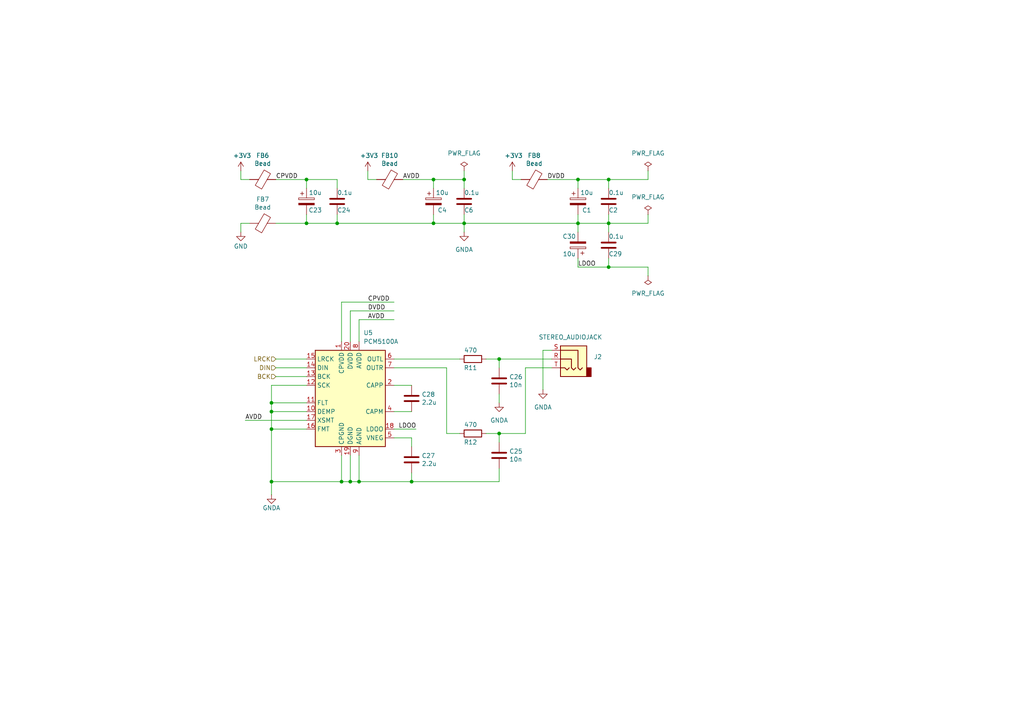
<source format=kicad_sch>
(kicad_sch (version 20250114) (generator "eeschema") (generator_version "9.0")
  (paper "A4")
  (lib_symbols
    (symbol "Audio:PCM5100A"
      (property "Reference" "U" (at -10.16 13.97 0))
      (property "Value" "PCM5100A" (at 3.81 13.97 0))
      (symbol "PCM5100A_0_1"
        (rectangle (start -10.16 12.7) (end 10.16 -15.24) (stroke (width 0.254)) (fill (type background)))
      )
      (symbol "PCM5100A_1_1"
        (pin input line (at -12.7 10.16 0) (length 2.54) (name "LRCK") (number "15"))
        (pin input line (at -12.7 7.62 0) (length 2.54) (name "DIN") (number "14"))
        (pin input line (at -12.7 5.08 0) (length 2.54) (name "BCK") (number "13"))
        (pin input line (at -12.7 2.54 0) (length 2.54) (name "SCK") (number "12"))
        (pin input line (at -12.7 -2.54 0) (length 2.54) (name "FLT") (number "11"))
        (pin input line (at -12.7 -5.08 0) (length 2.54) (name "DEMP") (number "10"))
        (pin input line (at -12.7 -7.62 0) (length 2.54) (name "XSMT") (number "17"))
        (pin input line (at -12.7 -10.16 0) (length 2.54) (name "FMT") (number "16"))
        (pin passive line (at -2.54 15.24 270) (length 2.54) (name "CPVDD") (number "1"))
        (pin power_in line (at -2.54 -17.78 90) (length 2.54) (name "CPGND") (number "3"))
        (pin power_in line (at 0 15.24 270) (length 2.54) (name "DVDD") (number "20"))
        (pin power_in line (at 0 -17.78 90) (length 2.54) (name "DGND") (number "19"))
        (pin power_in line (at 2.54 15.24 270) (length 2.54) (name "AVDD") (number "8"))
        (pin power_in line (at 2.54 -17.78 90) (length 2.54) (name "AGND") (number "9"))
        (pin output line (at 12.7 10.16 180) (length 2.54) (name "OUTL") (number "6"))
        (pin output line (at 12.7 7.62 180) (length 2.54) (name "OUTR") (number "7"))
        (pin passive line (at 12.7 2.54 180) (length 2.54) (name "CAPP") (number "2"))
        (pin passive line (at 12.7 -5.08 180) (length 2.54) (name "CAPM") (number "4"))
        (pin passive line (at 12.7 -10.16 180) (length 2.54) (name "LDOO") (number "18"))
        (pin passive line (at 12.7 -12.7 180) (length 2.54) (name "VNEG") (number "5"))
      )
    )
    (symbol "Connector_Audio:AudioJack3"
      (property "Reference" "J" (at 0 8.89 0))
      (property "Value" "AudioJack3" (at 0 6.35 0))
      (symbol "AudioJack3_0_1"
        (rectangle (start -5.08 -5.08) (end -6.35 -2.54) (stroke (width 0.254)) (fill (type outline)))
        (polyline (pts (xy -1.905 -2.54) (xy -1.27 -3.175) (xy -0.635 -2.54) (xy -0.635 0) (xy 2.54 0)) (stroke (width 0.254)))
        (polyline (pts (xy 0 -2.54) (xy 0.635 -3.175) (xy 1.27 -2.54) (xy 2.54 -2.54)) (stroke (width 0.254)))
        (rectangle (start 2.54 3.81) (end -5.08 -5.08) (stroke (width 0.254)) (fill (type background)))
        (polyline (pts (xy 2.54 2.54) (xy -2.54 2.54) (xy -2.54 -2.54) (xy -3.175 -3.175) (xy -3.81 -2.54)) (stroke (width 0.254)))
      )
      (symbol "AudioJack3_1_1"
        (pin passive line (at 5.08 2.54 180) (length 2.54) (name "~") (number "S"))
        (pin passive line (at 5.08 0 180) (length 2.54) (name "~") (number "R"))
        (pin passive line (at 5.08 -2.54 180) (length 2.54) (name "~") (number "T"))
      )
    )
    (symbol "Device:C" (pin_numbers (hide yes)) (pin_names (offset 0.254))
      (property "Reference" "C" (at 0.635 2.54 0))
      (property "Value" "C" (at 0.635 -2.54 0))
      (symbol "C_0_1"
        (polyline (pts (xy -2.032 0.762) (xy 2.032 0.762)) (stroke (width 0.508)))
        (polyline (pts (xy -2.032 -0.762) (xy 2.032 -0.762)) (stroke (width 0.508)))
      )
      (symbol "C_1_1"
        (pin passive line (at 0 3.81 270) (length 2.794) (name "~") (number "1"))
        (pin passive line (at 0 -3.81 90) (length 2.794) (name "~") (number "2"))
      )
    )
    (symbol "Device:C_Polarized" (pin_numbers (hide yes)) (pin_names (offset 0.254))
      (property "Reference" "C" (at 0.635 2.54 0))
      (property "Value" "C_Polarized" (at 0.635 -2.54 0))
      (symbol "C_Polarized_0_1"
        (rectangle (start -2.286 0.508) (end 2.286 1.016))
        (polyline (pts (xy -1.778 2.286) (xy -0.762 2.286)))
        (polyline (pts (xy -1.27 2.794) (xy -1.27 1.778)))
        (rectangle (start 2.286 -0.508) (end -2.286 -1.016) (fill (type outline)))
      )
      (symbol "C_Polarized_1_1"
        (pin passive line (at 0 3.81 270) (length 2.794) (name "~") (number "1"))
        (pin passive line (at 0 -3.81 90) (length 2.794) (name "~") (number "2"))
      )
    )
    (symbol "Device:FerriteBead" (pin_numbers (hide yes)) (pin_names (offset 0))
      (property "Reference" "FB" (at -3.81 0.635 90))
      (property "Value" "FerriteBead" (at 3.81 0 90))
      (symbol "FerriteBead_0_1"
        (polyline (pts (xy -2.7686 0.4064) (xy -1.7018 2.2606) (xy 2.7686 -0.3048) (xy 1.6764 -2.159) (xy -2.7686 0.4064)))
        (polyline (pts (xy 0 1.27) (xy 0 1.2954)))
        (polyline (pts (xy 0 -1.27) (xy 0 -1.2192)))
      )
      (symbol "FerriteBead_1_1"
        (pin passive line (at 0 3.81 270) (length 2.54) (name "~") (number "1"))
        (pin passive line (at 0 -3.81 90) (length 2.54) (name "~") (number "2"))
      )
    )
    (symbol "Device:R" (pin_numbers (hide yes)) (pin_names (offset 0))
      (property "Reference" "R" (at 2.032 0 90))
      (property "Value" "R" (at 0 0 90))
      (symbol "R_0_1"
        (rectangle (start -1.016 -2.54) (end 1.016 2.54) (stroke (width 0.254)))
      )
      (symbol "R_1_1"
        (pin passive line (at 0 3.81 270) (length 1.27) (name "~") (number "1"))
        (pin passive line (at 0 -3.81 90) (length 1.27) (name "~") (number "2"))
      )
    )
    (symbol "power:+3V3" (power) (pin_numbers (hide yes)) (pin_names (offset 0) (hide yes))
      (property "Value" "+3V3" (at 0 3.556 0))
      (symbol "+3V3_0_1"
        (polyline (pts (xy -0.762 1.27) (xy 0 2.54)))
        (polyline (pts (xy 0 2.54) (xy 0.762 1.27)))
        (polyline (pts (xy 0 0) (xy 0 2.54)))
      )
      (symbol "+3V3_1_1"
        (pin power_in line (at 0 0 90) (length 0) (name "~") (number "1"))
      )
    )
    (symbol "power:GND" (power) (pin_numbers (hide yes)) (pin_names (offset 0) (hide yes))
      (property "Value" "GND" (at 0 -3.81 0))
      (symbol "GND_0_1"
        (polyline (pts (xy 0 0) (xy 0 -1.27) (xy 1.27 -1.27) (xy 0 -2.54) (xy -1.27 -1.27) (xy 0 -1.27)))
      )
      (symbol "GND_1_1"
        (pin power_in line (at 0 0 270) (length 0) (name "~") (number "1"))
      )
    )
    (symbol "power:GNDA" (power) (pin_numbers (hide yes)) (pin_names (offset 0) (hide yes))
      (property "Value" "GNDA" (at 0 -3.81 0))
      (symbol "GNDA_0_1"
        (polyline (pts (xy 0 0) (xy 0 -1.27) (xy 1.27 -1.27) (xy 0 -2.54) (xy -1.27 -1.27) (xy 0 -1.27)))
      )
      (symbol "GNDA_1_1"
        (pin power_in line (at 0 0 270) (length 0) (name "~") (number "1"))
      )
    )
    (symbol "power:PWR_FLAG" (power) (pin_numbers (hide yes)) (pin_names (offset 0) (hide yes))
      (property "Value" "PWR_FLAG" (at 0 3.81 0))
      (symbol "PWR_FLAG_0_0"
        (pin power_out line (at 0 0 90) (length 0) (name "~") (number "1"))
      )
      (symbol "PWR_FLAG_0_1"
        (polyline (pts (xy 0 0) (xy 0 1.27) (xy -1.016 1.905) (xy 0 2.54) (xy 1.016 1.905) (xy 0 1.27)))
      )
    )
  )
  (junction (at 125.73 64.77))
  (junction (at 144.78 104.14))
  (junction (at 99.06 139.7))
  (junction (at 88.9 64.77))
  (junction (at 78.74 119.38))
  (junction (at 78.74 139.7))
  (junction (at 176.53 64.77))
  (junction (at 176.53 52.07))
  (junction (at 88.9 52.07))
  (junction (at 167.64 64.77))
  (junction (at 134.62 64.77))
  (junction (at 134.62 52.07))
  (junction (at 78.74 116.84))
  (junction (at 119.38 139.7))
  (junction (at 104.14 139.7))
  (junction (at 167.64 52.07))
  (junction (at 144.78 125.73))
  (junction (at 97.79 64.77))
  (junction (at 101.6 139.7))
  (junction (at 176.53 77.47))
  (junction (at 78.74 124.46))
  (junction (at 125.73 52.07))
  (wire (pts (xy 144.78 125.73) (xy 152.4 125.73)))
  (wire (pts (xy 99.06 139.7) (xy 101.6 139.7)))
  (wire (pts (xy 167.64 52.07) (xy 176.53 52.07)))
  (wire (pts (xy 167.64 77.47) (xy 176.53 77.47)))
  (wire (pts (xy 157.48 101.6) (xy 157.48 113.03)))
  (wire (pts (xy 176.53 77.47) (xy 176.53 74.93)))
  (wire (pts (xy 99.06 99.06) (xy 99.06 87.63)))
  (wire (pts (xy 151.13 52.07) (xy 148.59 52.07)))
  (wire (pts (xy 187.96 49.53) (xy 187.96 52.07)))
  (wire (pts (xy 176.53 64.77) (xy 176.53 62.23)))
  (wire (pts (xy 69.85 64.77) (xy 69.85 67.31)))
  (wire (pts (xy 114.3 106.68) (xy 129.54 106.68)))
  (wire (pts (xy 144.78 104.14) (xy 160.02 104.14)))
  (wire (pts (xy 134.62 52.07) (xy 134.62 54.61)))
  (wire (pts (xy 78.74 139.7) (xy 99.06 139.7)))
  (wire (pts (xy 88.9 52.07) (xy 97.79 52.07)))
  (wire (pts (xy 72.39 64.77) (xy 69.85 64.77)))
  (wire (pts (xy 114.3 119.38) (xy 119.38 119.38)))
  (wire (pts (xy 78.74 139.7) (xy 78.74 143.51)))
  (wire (pts (xy 101.6 90.17) (xy 101.6 99.06)))
  (wire (pts (xy 114.3 127) (xy 119.38 127)))
  (wire (pts (xy 167.64 64.77) (xy 167.64 67.31)))
  (wire (pts (xy 88.9 119.38) (xy 78.74 119.38)))
  (wire (pts (xy 140.97 104.14) (xy 144.78 104.14)))
  (wire (pts (xy 134.62 64.77) (xy 134.62 67.31)))
  (wire (pts (xy 80.01 52.07) (xy 88.9 52.07)))
  (wire (pts (xy 80.01 64.77) (xy 88.9 64.77)))
  (wire (pts (xy 88.9 111.76) (xy 78.74 111.76)))
  (wire (pts (xy 101.6 139.7) (xy 104.14 139.7)))
  (wire (pts (xy 80.01 106.68) (xy 88.9 106.68)))
  (wire (pts (xy 88.9 54.61) (xy 88.9 52.07)))
  (wire (pts (xy 78.74 111.76) (xy 78.74 116.84)))
  (wire (pts (xy 167.64 64.77) (xy 176.53 64.77)))
  (wire (pts (xy 97.79 64.77) (xy 97.79 62.23)))
  (wire (pts (xy 119.38 139.7) (xy 144.78 139.7)))
  (wire (pts (xy 187.96 62.23) (xy 187.96 64.77)))
  (wire (pts (xy 104.14 132.08) (xy 104.14 139.7)))
  (wire (pts (xy 176.53 52.07) (xy 187.96 52.07)))
  (wire (pts (xy 140.97 125.73) (xy 144.78 125.73)))
  (wire (pts (xy 125.73 62.23) (xy 125.73 64.77)))
  (wire (pts (xy 109.22 52.07) (xy 106.68 52.07)))
  (wire (pts (xy 97.79 52.07) (xy 97.79 54.61)))
  (wire (pts (xy 88.9 64.77) (xy 97.79 64.77)))
  (wire (pts (xy 78.74 119.38) (xy 78.74 124.46)))
  (wire (pts (xy 167.64 62.23) (xy 167.64 64.77)))
  (wire (pts (xy 104.14 99.06) (xy 104.14 92.71)))
  (wire (pts (xy 176.53 77.47) (xy 187.96 77.47)))
  (wire (pts (xy 167.64 54.61) (xy 167.64 52.07)))
  (wire (pts (xy 134.62 64.77) (xy 167.64 64.77)))
  (wire (pts (xy 133.35 125.73) (xy 129.54 125.73)))
  (wire (pts (xy 119.38 137.16) (xy 119.38 139.7)))
  (wire (pts (xy 114.3 104.14) (xy 133.35 104.14)))
  (wire (pts (xy 125.73 52.07) (xy 134.62 52.07)))
  (wire (pts (xy 72.39 52.07) (xy 69.85 52.07)))
  (wire (pts (xy 134.62 49.53) (xy 134.62 52.07)))
  (wire (pts (xy 114.3 124.46) (xy 120.65 124.46)))
  (wire (pts (xy 104.14 92.71) (xy 114.3 92.71)))
  (wire (pts (xy 88.9 121.92) (xy 71.12 121.92)))
  (wire (pts (xy 160.02 101.6) (xy 157.48 101.6)))
  (wire (pts (xy 125.73 64.77) (xy 134.62 64.77)))
  (wire (pts (xy 101.6 132.08) (xy 101.6 139.7)))
  (wire (pts (xy 106.68 49.53) (xy 106.68 52.07)))
  (wire (pts (xy 88.9 62.23) (xy 88.9 64.77)))
  (wire (pts (xy 99.06 132.08) (xy 99.06 139.7)))
  (wire (pts (xy 129.54 125.73) (xy 129.54 106.68)))
  (wire (pts (xy 144.78 106.68) (xy 144.78 104.14)))
  (wire (pts (xy 144.78 114.3) (xy 144.78 116.84)))
  (wire (pts (xy 176.53 52.07) (xy 176.53 54.61)))
  (wire (pts (xy 78.74 124.46) (xy 88.9 124.46)))
  (wire (pts (xy 69.85 49.53) (xy 69.85 52.07)))
  (wire (pts (xy 114.3 111.76) (xy 119.38 111.76)))
  (wire (pts (xy 116.84 52.07) (xy 125.73 52.07)))
  (wire (pts (xy 144.78 128.27) (xy 144.78 125.73)))
  (wire (pts (xy 80.01 104.14) (xy 88.9 104.14)))
  (wire (pts (xy 167.64 74.93) (xy 167.64 77.47)))
  (wire (pts (xy 119.38 127) (xy 119.38 129.54)))
  (wire (pts (xy 99.06 87.63) (xy 114.3 87.63)))
  (wire (pts (xy 80.01 109.22) (xy 88.9 109.22)))
  (wire (pts (xy 78.74 116.84) (xy 78.74 119.38)))
  (wire (pts (xy 152.4 125.73) (xy 152.4 106.68)))
  (wire (pts (xy 187.96 64.77) (xy 176.53 64.77)))
  (wire (pts (xy 148.59 49.53) (xy 148.59 52.07)))
  (wire (pts (xy 125.73 54.61) (xy 125.73 52.07)))
  (wire (pts (xy 88.9 116.84) (xy 78.74 116.84)))
  (wire (pts (xy 152.4 106.68) (xy 160.02 106.68)))
  (wire (pts (xy 176.53 64.77) (xy 176.53 67.31)))
  (wire (pts (xy 187.96 77.47) (xy 187.96 80.01)))
  (wire (pts (xy 101.6 90.17) (xy 114.3 90.17)))
  (wire (pts (xy 144.78 135.89) (xy 144.78 139.7)))
  (wire (pts (xy 158.75 52.07) (xy 167.64 52.07)))
  (wire (pts (xy 104.14 139.7) (xy 119.38 139.7)))
  (wire (pts (xy 78.74 124.46) (xy 78.74 139.7)))
  (wire (pts (xy 134.62 64.77) (xy 134.62 62.23)))
  (wire (pts (xy 97.79 64.77) (xy 125.73 64.77)))
  (label "AVDD" (at 116.84 52.07 0))
  (label "AVDD" (at 71.12 121.92 0))
  (label "DVDD" (at 158.75 52.07 0))
  (label "CPVDD" (at 106.68 87.63 0))
  (label "AVDD" (at 106.68 92.71 0))
  (label "LDOO" (at 115.57 124.46 0))
  (label "DVDD" (at 106.68 90.17 0))
  (label "CPVDD" (at 80.01 52.07 0))
  (label "LDOO" (at 167.64 77.47 0))
  (hierarchical_label "LRCK" (shape input) (at 80.01 104.14 180))
  (hierarchical_label "BCK" (shape input) (at 80.01 109.22 180))
  (hierarchical_label "DIN" (shape input) (at 80.01 106.68 180))
  (symbol (lib_id "power:GNDA") (at 78.74 143.51 0) (unit 1)
    (property "Reference" "#PWR016" (effects (hide yes)))
    (property "Value" "GNDA" (at 78.74 147.32 0))
    (property "Description" "Power symbol creates a global label with name \"GNDA\" , analog ground" (effects (hide yes)))
  )
  (symbol (lib_id "Device:FerriteBead") (at 76.2 64.77 270) (unit 1)
    (property "Reference" "FB7" (at 76.2 57.8104 90))
    (property "Value" "Bead" (at 76.2 60.1218 90))
    (property "Footprint" "Inductor_SMD:L_1206_3216Metric" (effects (hide yes)))
    (property "Description" "Ferrite bead" (effects (hide yes)))
  )
  (symbol (lib_id "Device:C") (at 119.38 115.57 0) (unit 1)
    (property "Reference" "C28" (at 122.301 114.4016 0) (effects (justify left)))
    (property "Value" "2.2u" (at 122.301 116.713 0) (effects (justify left)))
    (property "Footprint" "Capacitor_SMD:C_0805_2012Metric" (effects (hide yes)))
  )
  (symbol (lib_id "Device:C") (at 144.78 110.49 0) (unit 1)
    (property "Reference" "C26" (at 147.701 109.3216 0) (effects (justify left)))
    (property "Value" "10n" (at 147.701 111.633 0) (effects (justify left)))
    (property "Footprint" "Capacitor_SMD:C_0805_2012Metric" (effects (hide yes)))
  )
  (symbol (lib_id "Device:R") (at 137.16 104.14 90) (unit 1)
    (property "Reference" "R11" (at 138.43 106.68 90) (effects (justify left)))
    (property "Value" "470" (at 138.43 101.6 90) (effects (justify left)))
    (property "Footprint" "Resistor_SMD:R_0805_2012Metric" (effects (hide yes)))
  )
  (symbol (lib_id "power:GNDA") (at 134.62 67.31 0) (unit 1)
    (property "Reference" "#PWR036" (effects (hide yes)))
    (property "Value" "GNDA" (at 134.62 72.39 0))
    (property "Description" "Power symbol creates a global label with name \"GNDA\" , analog ground" (effects (hide yes)))
  )
  (symbol (lib_id "Device:C_Polarized") (at 88.9 58.42 0) (unit 1)
    (property "Reference" "C23" (at 91.44 60.96 0))
    (property "Value" "10u" (at 91.44 55.88 0))
    (property "Footprint" "Capacitor_Tantalum_SMD:CP_EIA-3216-18_Kemet-A" (effects (hide yes)))
    (property "Description" "Polarized capacitor" (effects (hide yes)))
  )
  (symbol (lib_id "Device:R") (at 137.16 125.73 90) (unit 1)
    (property "Reference" "R12" (at 138.43 128.27 90) (effects (justify left)))
    (property "Value" "470" (at 138.43 123.19 90) (effects (justify left)))
    (property "Footprint" "Resistor_SMD:R_0805_2012Metric" (effects (hide yes)))
  )
  (symbol (lib_id "Device:C") (at 134.62 58.42 0) (unit 1)
    (property "Reference" "C6" (at 134.62 60.96 0) (effects (justify left)))
    (property "Value" "0.1u" (at 134.62 55.88 0) (effects (justify left)))
    (property "Footprint" "Capacitor_SMD:C_0805_2012Metric" (effects (hide yes)))
  )
  (symbol (lib_id "Connector_Audio:AudioJack3") (at 165.1 104.14 0) (mirror y) (unit 1)
    (property "Reference" "J2" (at 172.212 103.505 0) (effects (justify right)))
    (property "Value" "STEREO_AUDIOJACK" (at 156.21 97.79 0) (effects (justify right)))
    (property "Footprint" "Connector_Audio:Jack_3.5mm_Switronic_ST-005-G_horizontal" (effects (hide yes)))
    (property "Description" "Audio Jack, 3 Poles (Stereo / TRS)" (effects (hide yes)))
  )
  (symbol (lib_id "Device:C") (at 144.78 132.08 0) (unit 1)
    (property "Reference" "C25" (at 147.701 130.9116 0) (effects (justify left)))
    (property "Value" "10n" (at 147.701 133.223 0) (effects (justify left)))
    (property "Footprint" "Capacitor_SMD:C_0805_2012Metric" (effects (hide yes)))
  )
  (symbol (lib_id "Device:C") (at 97.79 58.42 0) (unit 1)
    (property "Reference" "C24" (at 97.79 60.96 0) (effects (justify left)))
    (property "Value" "0.1u" (at 97.79 55.88 0) (effects (justify left)))
    (property "Footprint" "Capacitor_SMD:C_0805_2012Metric" (effects (hide yes)))
  )
  (symbol (lib_id "Device:FerriteBead") (at 76.2 52.07 270) (unit 1)
    (property "Reference" "FB6" (at 76.2 45.1104 90))
    (property "Value" "Bead" (at 76.2 47.4218 90))
    (property "Footprint" "Inductor_SMD:L_1206_3216Metric" (effects (hide yes)))
    (property "Description" "Ferrite bead" (effects (hide yes)))
  )
  (symbol (lib_id "power:GNDA") (at 157.48 113.03 0) (unit 1)
    (property "Reference" "#PWR039" (effects (hide yes)))
    (property "Value" "GNDA" (at 157.48 118.11 0))
    (property "Description" "Power symbol creates a global label with name \"GNDA\" , analog ground" (effects (hide yes)))
  )
  (symbol (lib_id "Device:C_Polarized") (at 167.64 71.12 180) (unit 1)
    (property "Reference" "C30" (at 165.1 68.58 0))
    (property "Value" "10u" (at 165.1 73.66 0))
    (property "Footprint" "Capacitor_Tantalum_SMD:CP_EIA-3216-18_Kemet-A" (effects (hide yes)))
    (property "Description" "Polarized capacitor" (effects (hide yes)))
  )
  (symbol (lib_id "Device:C") (at 176.53 71.12 0) (unit 1)
    (property "Reference" "C29" (at 176.53 73.66 0) (effects (justify left)))
    (property "Value" "0.1u" (at 176.53 68.58 0) (effects (justify left)))
    (property "Footprint" "Capacitor_SMD:C_0805_2012Metric" (effects (hide yes)))
  )
  (symbol (lib_id "power:PWR_FLAG") (at 187.96 62.23 0) (unit 1)
    (property "Reference" "#FLG08" (effects (hide yes)))
    (property "Value" "PWR_FLAG" (at 187.96 57.15 0))
    (property "Description" "Special symbol for telling ERC where power comes from" (effects (hide yes)))
  )
  (symbol (lib_id "Device:FerriteBead") (at 154.94 52.07 270) (unit 1)
    (property "Reference" "FB8" (at 154.94 45.1104 90))
    (property "Value" "Bead" (at 154.94 47.4218 90))
    (property "Footprint" "Inductor_SMD:L_1206_3216Metric" (effects (hide yes)))
    (property "Description" "Ferrite bead" (effects (hide yes)))
  )
  (symbol (lib_id "Device:FerriteBead") (at 113.03 52.07 270) (unit 1)
    (property "Reference" "FB10" (at 113.03 45.1104 90))
    (property "Value" "Bead" (at 113.03 47.4218 90))
    (property "Footprint" "Inductor_SMD:L_1206_3216Metric" (effects (hide yes)))
    (property "Description" "Ferrite bead" (effects (hide yes)))
  )
  (symbol (lib_id "Device:C") (at 119.38 133.35 0) (unit 1)
    (property "Reference" "C27" (at 122.301 132.1816 0) (effects (justify left)))
    (property "Value" "2.2u" (at 122.301 134.493 0) (effects (justify left)))
    (property "Footprint" "Capacitor_SMD:C_0805_2012Metric" (effects (hide yes)))
  )
  (symbol (lib_id "power:PWR_FLAG") (at 134.62 49.53 0) (unit 1)
    (property "Reference" "#FLG09" (effects (hide yes)))
    (property "Value" "PWR_FLAG" (at 134.62 44.45 0))
    (property "Description" "Special symbol for telling ERC where power comes from" (effects (hide yes)))
  )
  (symbol (lib_id "Audio:PCM5100A") (at 101.6 114.3 0) (unit 1)
    (property "Reference" "U5" (at 105.41 96.52 0) (effects (justify left)))
    (property "Value" "PCM5100A" (at 105.41 99.06 0) (effects (justify left)))
    (property "Footprint" "Package_SO:TSSOP-20_4.4x6.5mm_P0.65mm" (effects (hide yes)))
    (property "Datasheet" "https://www.ti.com/lit/ds/symlink/pcm5100a.pdf" (effects (hide yes)))
    (property "Description" "2.1 VRMS, 100dB Audio Stereo DAC with PLL and 32-bit, 384kHz PCM Interface, TSSOP-20" (effects (hide yes)))
  )
  (symbol (lib_id "power:GND") (at 69.85 67.31 0) (unit 1)
    (property "Reference" "#PWR08" (effects (hide yes)))
    (property "Value" "GND" (at 69.85 71.4431 0))
    (property "Description" "Power symbol creates a global label with name \"GND\" , ground" (effects (hide yes)))
  )
  (symbol (lib_id "power:PWR_FLAG") (at 187.96 80.01 180) (unit 1)
    (property "Reference" "#FLG011" (effects (hide yes)))
    (property "Value" "PWR_FLAG" (at 187.96 85.09 0))
    (property "Description" "Special symbol for telling ERC where power comes from" (effects (hide yes)))
  )
  (symbol (lib_id "power:+3V3") (at 106.68 49.53 0) (unit 1)
    (property "Reference" "#PWR034" (effects (hide yes)))
    (property "Value" "+3V3" (at 107.061 45.1358 0))
  )
  (symbol (lib_id "power:PWR_FLAG") (at 187.96 49.53 0) (unit 1)
    (property "Reference" "#FLG010" (effects (hide yes)))
    (property "Value" "PWR_FLAG" (at 187.96 44.45 0))
    (property "Description" "Special symbol for telling ERC where power comes from" (effects (hide yes)))
  )
  (symbol (lib_id "power:+3V3") (at 69.85 49.53 0) (unit 1)
    (property "Reference" "#PWR07" (effects (hide yes)))
    (property "Value" "+3V3" (at 70.231 45.1358 0))
  )
  (symbol (lib_id "Device:C") (at 176.53 58.42 0) (unit 1)
    (property "Reference" "C2" (at 176.53 60.96 0) (effects (justify left)))
    (property "Value" "0.1u" (at 176.53 55.88 0) (effects (justify left)))
    (property "Footprint" "Capacitor_SMD:C_0805_2012Metric" (effects (hide yes)))
  )
  (symbol (lib_id "Device:C_Polarized") (at 125.73 58.42 0) (unit 1)
    (property "Reference" "C4" (at 128.27 60.96 0))
    (property "Value" "10u" (at 128.27 55.88 0))
    (property "Footprint" "Capacitor_Tantalum_SMD:CP_EIA-3216-18_Kemet-A" (effects (hide yes)))
    (property "Description" "Polarized capacitor" (effects (hide yes)))
  )
  (symbol (lib_id "power:GNDA") (at 144.78 116.84 0) (unit 1)
    (property "Reference" "#PWR038" (effects (hide yes)))
    (property "Value" "GNDA" (at 144.78 121.92 0))
    (property "Description" "Power symbol creates a global label with name \"GNDA\" , analog ground" (effects (hide yes)))
  )
  (symbol (lib_id "Device:C_Polarized") (at 167.64 58.42 0) (unit 1)
    (property "Reference" "C1" (at 170.18 60.96 0))
    (property "Value" "10u" (at 170.18 55.88 0))
    (property "Footprint" "Capacitor_Tantalum_SMD:CP_EIA-3216-18_Kemet-A" (effects (hide yes)))
    (property "Description" "Polarized capacitor" (effects (hide yes)))
  )
  (symbol (lib_id "power:+3V3") (at 148.59 49.53 0) (unit 1)
    (property "Reference" "#PWR09" (effects (hide yes)))
    (property "Value" "+3V3" (at 148.971 45.1358 0))
  )
)
</source>
